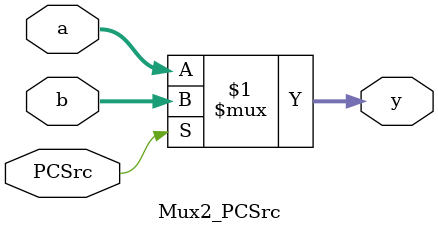
<source format=v>
`timescale 1ns / 1ps


module Mux2_PCSrc(
input [15:0] a,
input [15:0] b,
input PCSrc,
output [15:0] y
    );

assign y = PCSrc ? b:a; 

endmodule

</source>
